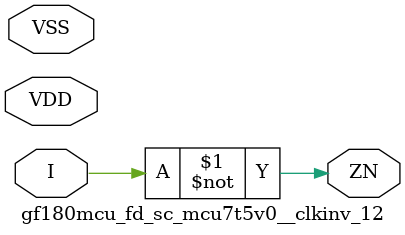
<source format=v>

module gf180mcu_fd_sc_mcu7t5v0__clkinv_12( I, ZN, VDD, VSS );
input I;
inout VDD, VSS;
output ZN;

	not MGM_BG_0( ZN, I );

endmodule

</source>
